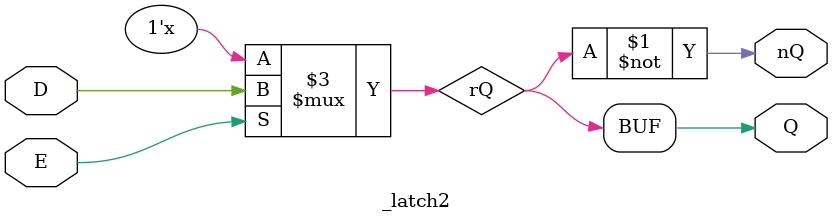
<source format=v>
module _latch(E, D, Q);
input wire E;
input wire D;
output wire Q;

reg rQ;

assign Q = rQ;

always @(E or D)
	if (E) rQ <= D;

endmodule

module _nlatch(E, D, nQ);
input wire E;
input wire D;
output wire nQ;

reg rQ;

assign nQ = ~rQ;

always @(E or D)
	if (E) rQ <= D;

endmodule

module _latch2(E, D, Q, nQ);
input wire E;
input wire D;
output wire Q;
output wire nQ;

reg rQ;

assign Q = rQ;
assign nQ = ~rQ;

always @(E or D)
	if (E) rQ <= D;

endmodule


</source>
